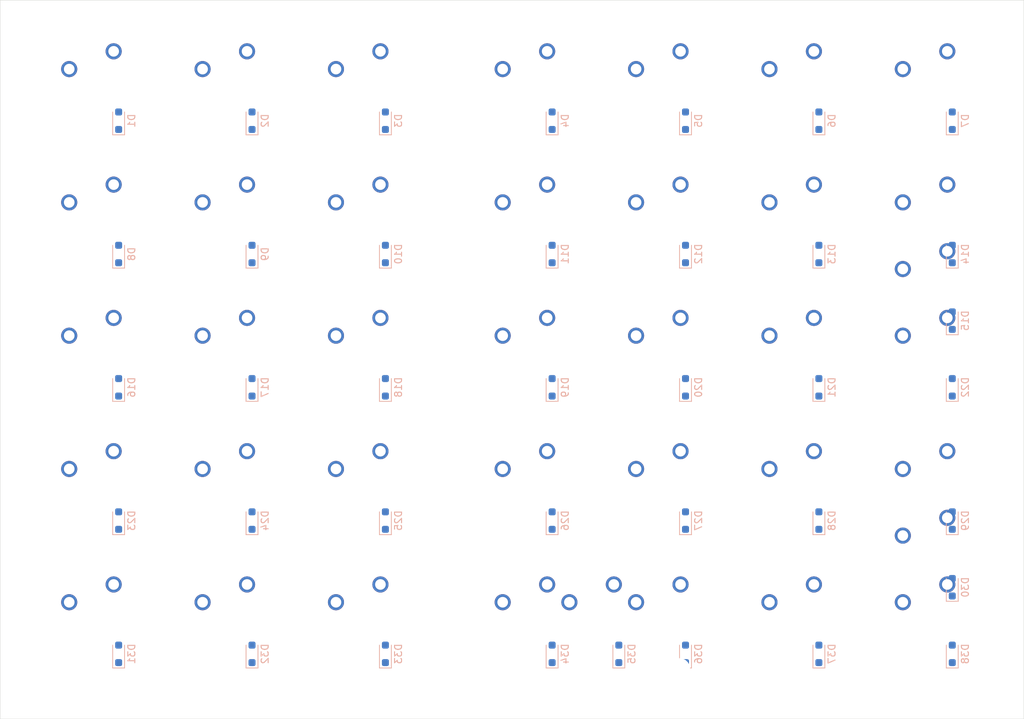
<source format=kicad_pcb>
(kicad_pcb (version 20241229) (generator "pcbnew") (generator_version "9.0")
  (layers (0 "F.Cu" signal) (2 "B.Cu" signal) (13 "F.Paste" user) (15 "B.Paste" user) (5 "F.SilkS" user "F.Silkscreen") (7 "B.SilkS" user "B.Silkscreen") (1 "F.Mask" user) (3 "B.Mask" user) (25 "Edge.Cuts" user))
  (net 0 "")
  (net 2 "Net-(D1-A)")
  (net 4 "Net-(D2-A)")
  (net 5 "Net-(D3-A)")
  (net 7 "Net-(D4-A)")
  (net 9 "Net-(D5-A)")
  (net 11 "Net-(D6-A)")
  (net 14 "Net-(D7-A)")
  (net 15 "Net-(D8-A)")
  (net 17 "Net-(D9-A)")
  (net 19 "Net-(D10-A)")
  (net 22 "Net-(D11-A)")
  (net 24 "Net-(D12-A)")
  (net 25 "Net-(D13-A)")
  (net 28 "Net-(D14-A)")
  (net 29 "Net-(D15-A)")
  (net 31 "Net-(D16-A)")
  (net 33 "Net-(D17-A)")
  (net 36 "Net-(D18-A)")
  (net 37 "Net-(D19-A)")
  (net 40 "Net-(D20-A)")
  (net 42 "Net-(D21-A)")
  (net 43 "Net-(D22-A)")
  (net 46 "Net-(D23-A)")
  (net 47 "Net-(D24-A)")
  (net 49 "Net-(D25-A)")
  (net 51 "Net-(D26-A)")
  (net 54 "Net-(D27-A)")
  (net 56 "Net-(D28-A)")
  (net 58 "Net-(D29-A)")
  (net 60 "Net-(D30-A)")
  (net 61 "Net-(D31-A)")
  (net 63 "Net-(D32-A)")
  (net 65 "Net-(D33-A)")
  (net 67 "Net-(D34-A)")
  (net 70 "Net-(D35-A)")
  (net 72 "Net-(D36-A)")
  (net 73 "Net-(D37-A)")
  (net 76 "Net-(D38-A)")
  (footprint "My-Fi Footprints:SW_MX_1u" (layer "F.Cu") (at 89.8 98.46)
    (property "Reference" "MX25" (hide yes))
    (property "Value" "MX_SW_solder")
    (pad "" np_thru_hole circle (at -5.08 0) (size 1.7 1.7) (drill 1.7) (layers "*.Cu" "*.Mask"))
    (pad "" np_thru_hole circle (at 0 0) (size 3.9878 3.9878) (drill 3.9878) (layers "*.Cu" "*.Mask"))
    (pad "" np_thru_hole circle (at 5.08 0) (size 1.7 1.7) (drill 1.7) (layers "*.Cu" "*.Mask"))
    (pad "1" thru_hole circle (at -3.81 -2.54) (size 2.3 2.3) (drill 1.524) (layers "*.Cu" "B.Mask"))
    (pad "2" thru_hole circle (at 2.54 -5.08) (size 2.3 2.3) (drill 1.524) (layers "*.Cu" "B.Mask") (net 49 "Net-(D25-A)"))
  )
  (footprint "My-Fi Footprints:SW_MX_1u" (layer "F.Cu") (at 151.7125 117.51)
    (property "Reference" "MX37" (hide yes))
    (property "Value" "MX_SW_solder")
    (pad "" np_thru_hole circle (at -5.08 0) (size 1.7 1.7) (drill 1.7) (layers "*.Cu" "*.Mask"))
    (pad "" np_thru_hole circle (at 0 0) (size 3.9878 3.9878) (drill 3.9878) (layers "*.Cu" "*.Mask"))
    (pad "" np_thru_hole circle (at 5.08 0) (size 1.7 1.7) (drill 1.7) (layers "*.Cu" "*.Mask"))
    (pad "1" thru_hole circle (at -3.81 -2.54) (size 2.3 2.3) (drill 1.524) (layers "*.Cu" "B.Mask"))
    (pad "2" thru_hole circle (at 2.54 -5.08) (size 2.3 2.3) (drill 1.524) (layers "*.Cu" "B.Mask") (net 73 "Net-(D37-A)"))
  )
  (footprint "My-Fi Footprints:SW_MX_1u" (layer "F.Cu") (at 70.75 98.46)
    (property "Reference" "MX24" (hide yes))
    (property "Value" "MX_SW_solder")
    (pad "" np_thru_hole circle (at -5.08 0) (size 1.7 1.7) (drill 1.7) (layers "*.Cu" "*.Mask"))
    (pad "" np_thru_hole circle (at 0 0) (size 3.9878 3.9878) (drill 3.9878) (layers "*.Cu" "*.Mask"))
    (pad "" np_thru_hole circle (at 5.08 0) (size 1.7 1.7) (drill 1.7) (layers "*.Cu" "*.Mask"))
    (pad "1" thru_hole circle (at -3.81 -2.54) (size 2.3 2.3) (drill 1.524) (layers "*.Cu" "B.Mask"))
    (pad "2" thru_hole circle (at 2.54 -5.08) (size 2.3 2.3) (drill 1.524) (layers "*.Cu" "B.Mask") (net 47 "Net-(D24-A)"))
  )
  (footprint "My-Fi Footprints:SW_MX_1u" (layer "F.Cu") (at 151.7125 60.36)
    (property "Reference" "MX13" (hide yes))
    (property "Value" "MX_SW_solder")
    (pad "" np_thru_hole circle (at -5.08 0) (size 1.7 1.7) (drill 1.7) (layers "*.Cu" "*.Mask"))
    (pad "" np_thru_hole circle (at 0 0) (size 3.9878 3.9878) (drill 3.9878) (layers "*.Cu" "*.Mask"))
    (pad "" np_thru_hole circle (at 5.08 0) (size 1.7 1.7) (drill 1.7) (layers "*.Cu" "*.Mask"))
    (pad "1" thru_hole circle (at -3.81 -2.54) (size 2.3 2.3) (drill 1.524) (layers "*.Cu" "B.Mask"))
    (pad "2" thru_hole circle (at 2.54 -5.08) (size 2.3 2.3) (drill 1.524) (layers "*.Cu" "B.Mask") (net 25 "Net-(D13-A)"))
  )
  (footprint "My-Fi Footprints:SW_MX_1u" (layer "F.Cu") (at 51.7 41.31)
    (property "Reference" "MX1" (hide yes))
    (property "Value" "MX_SW_solder")
    (pad "" np_thru_hole circle (at -5.08 0) (size 1.7 1.7) (drill 1.7) (layers "*.Cu" "*.Mask"))
    (pad "" np_thru_hole circle (at 0 0) (size 3.9878 3.9878) (drill 3.9878) (layers "*.Cu" "*.Mask"))
    (pad "" np_thru_hole circle (at 5.08 0) (size 1.7 1.7) (drill 1.7) (layers "*.Cu" "*.Mask"))
    (pad "1" thru_hole circle (at -3.81 -2.54) (size 2.3 2.3) (drill 1.524) (layers "*.Cu" "B.Mask"))
    (pad "2" thru_hole circle (at 2.54 -5.08) (size 2.3 2.3) (drill 1.524) (layers "*.Cu" "B.Mask") (net 2 "Net-(D1-A)"))
  )
  (footprint "My-Fi Footprints:SW_MX_1u" (layer "F.Cu") (at 170.7625 79.41)
    (property "Reference" "MX22" (hide yes))
    (property "Value" "MX_SW_solder")
    (pad "" np_thru_hole circle (at -5.08 0) (size 1.7 1.7) (drill 1.7) (layers "*.Cu" "*.Mask"))
    (pad "" np_thru_hole circle (at 0 0) (size 3.9878 3.9878) (drill 3.9878) (layers "*.Cu" "*.Mask"))
    (pad "" np_thru_hole circle (at 5.08 0) (size 1.7 1.7) (drill 1.7) (layers "*.Cu" "*.Mask"))
    (pad "1" thru_hole circle (at -3.81 -2.54) (size 2.3 2.3) (drill 1.524) (layers "*.Cu" "B.Mask"))
    (pad "2" thru_hole circle (at 2.54 -5.08) (size 2.3 2.3) (drill 1.524) (layers "*.Cu" "B.Mask") (net 43 "Net-(D22-A)"))
  )
  (footprint "My-Fi Footprints:SW_MX_1u" (layer "F.Cu") (at 51.7 60.36)
    (property "Reference" "MX8" (hide yes))
    (property "Value" "MX_SW_solder")
    (pad "" np_thru_hole circle (at -5.08 0) (size 1.7 1.7) (drill 1.7) (layers "*.Cu" "*.Mask"))
    (pad "" np_thru_hole circle (at 0 0) (size 3.9878 3.9878) (drill 3.9878) (layers "*.Cu" "*.Mask"))
    (pad "" np_thru_hole circle (at 5.08 0) (size 1.7 1.7) (drill 1.7) (layers "*.Cu" "*.Mask"))
    (pad "1" thru_hole circle (at -3.81 -2.54) (size 2.3 2.3) (drill 1.524) (layers "*.Cu" "B.Mask"))
    (pad "2" thru_hole circle (at 2.54 -5.08) (size 2.3 2.3) (drill 1.524) (layers "*.Cu" "B.Mask") (net 15 "Net-(D8-A)"))
  )
  (footprint "My-Fi Footprints:SW_MX_1u" (layer "F.Cu") (at 170.7625 98.46)
    (property "Reference" "MX29" (hide yes))
    (property "Value" "MX_SW_solder")
    (pad "" np_thru_hole circle (at -5.08 0) (size 1.7 1.7) (drill 1.7) (layers "*.Cu" "*.Mask"))
    (pad "" np_thru_hole circle (at 0 0) (size 3.9878 3.9878) (drill 3.9878) (layers "*.Cu" "*.Mask"))
    (pad "" np_thru_hole circle (at 5.08 0) (size 1.7 1.7) (drill 1.7) (layers "*.Cu" "*.Mask"))
    (pad "1" thru_hole circle (at -3.81 -2.54) (size 2.3 2.3) (drill 1.524) (layers "*.Cu" "B.Mask"))
    (pad "2" thru_hole circle (at 2.54 -5.08) (size 2.3 2.3) (drill 1.524) (layers "*.Cu" "B.Mask") (net 58 "Net-(D29-A)"))
  )
  (footprint "My-Fi Footprints:SW_MX_1u" (layer "F.Cu") (at 70.75 60.36)
    (property "Reference" "MX9" (hide yes))
    (property "Value" "MX_SW_solder")
    (pad "" np_thru_hole circle (at -5.08 0) (size 1.7 1.7) (drill 1.7) (layers "*.Cu" "*.Mask"))
    (pad "" np_thru_hole circle (at 0 0) (size 3.9878 3.9878) (drill 3.9878) (layers "*.Cu" "*.Mask"))
    (pad "" np_thru_hole circle (at 5.08 0) (size 1.7 1.7) (drill 1.7) (layers "*.Cu" "*.Mask"))
    (pad "1" thru_hole circle (at -3.81 -2.54) (size 2.3 2.3) (drill 1.524) (layers "*.Cu" "B.Mask"))
    (pad "2" thru_hole circle (at 2.54 -5.08) (size 2.3 2.3) (drill 1.524) (layers "*.Cu" "B.Mask") (net 17 "Net-(D9-A)"))
  )
  (footprint "My-Fi Footprints:STAB_MX_2u" (layer "F.Cu") (at 170.7625 69.885 -90)
    (property "Reference" "S15" (hide yes))
    (property "Value" "MX_stab")
    (pad "" np_thru_hole circle (at -11.906251 8.255 270) (size 3.9878 3.9878) (drill 3.9878) (layers "*.Cu" "*.Mask"))
    (pad "" np_thru_hole circle (at -11.90625 -6.985 270) (size 3.048 3.048) (drill 3.048) (layers "*.Cu" "*.Mask"))
    (pad "" np_thru_hole circle (at 11.90625 -6.985 270) (size 3.048 3.048) (drill 3.048) (layers "*.Cu" "*.Mask"))
    (pad "" np_thru_hole circle (at 11.906251 8.255 270) (size 3.9878 3.9878) (drill 3.9878) (layers "*.Cu" "*.Mask"))
  )
  (footprint "My-Fi Footprints:STAB_MX_2u" (layer "F.Cu") (at 170.7625 107.985 -90)
    (property "Reference" "S30" (hide yes))
    (property "Value" "MX_stab")
    (pad "" np_thru_hole circle (at -11.906251 8.255 270) (size 3.9878 3.9878) (drill 3.9878) (layers "*.Cu" "*.Mask"))
    (pad "" np_thru_hole circle (at -11.90625 -6.985 270) (size 3.048 3.048) (drill 3.048) (layers "*.Cu" "*.Mask"))
    (pad "" np_thru_hole circle (at 11.90625 -6.985 270) (size 3.048 3.048) (drill 3.048) (layers "*.Cu" "*.Mask"))
    (pad "" np_thru_hole circle (at 11.906251 8.255 270) (size 3.9878 3.9878) (drill 3.9878) (layers "*.Cu" "*.Mask"))
  )
  (footprint "My-Fi Footprints:SW_MX_1u" (layer "F.Cu") (at 132.6625 98.46)
    (property "Reference" "MX27" (hide yes))
    (property "Value" "MX_SW_solder")
    (pad "" np_thru_hole circle (at -5.08 0) (size 1.7 1.7) (drill 1.7) (layers "*.Cu" "*.Mask"))
    (pad "" np_thru_hole circle (at 0 0) (size 3.9878 3.9878) (drill 3.9878) (layers "*.Cu" "*.Mask"))
    (pad "" np_thru_hole circle (at 5.08 0) (size 1.7 1.7) (drill 1.7) (layers "*.Cu" "*.Mask"))
    (pad "1" thru_hole circle (at -3.81 -2.54) (size 2.3 2.3) (drill 1.524) (layers "*.Cu" "B.Mask"))
    (pad "2" thru_hole circle (at 2.54 -5.08) (size 2.3 2.3) (drill 1.524) (layers "*.Cu" "B.Mask") (net 54 "Net-(D27-A)"))
  )
  (footprint "My-Fi Footprints:SW_MX_1u" (layer "F.Cu") (at 132.6625 41.31)
    (property "Reference" "MX5" (hide yes))
    (property "Value" "MX_SW_solder")
    (pad "" np_thru_hole circle (at -5.08 0) (size 1.7 1.7) (drill 1.7) (layers "*.Cu" "*.Mask"))
    (pad "" np_thru_hole circle (at 0 0) (size 3.9878 3.9878) (drill 3.9878) (layers "*.Cu" "*.Mask"))
    (pad "" np_thru_hole circle (at 5.08 0) (size 1.7 1.7) (drill 1.7) (layers "*.Cu" "*.Mask"))
    (pad "1" thru_hole circle (at -3.81 -2.54) (size 2.3 2.3) (drill 1.524) (layers "*.Cu" "B.Mask"))
    (pad "2" thru_hole circle (at 2.54 -5.08) (size 2.3 2.3) (drill 1.524) (layers "*.Cu" "B.Mask") (net 9 "Net-(D5-A)"))
  )
  (footprint "My-Fi Footprints:SW_MX_1u" (layer "F.Cu") (at 89.8 60.36)
    (property "Reference" "MX10" (hide yes))
    (property "Value" "MX_SW_solder")
    (pad "" np_thru_hole circle (at -5.08 0) (size 1.7 1.7) (drill 1.7) (layers "*.Cu" "*.Mask"))
    (pad "" np_thru_hole circle (at 0 0) (size 3.9878 3.9878) (drill 3.9878) (layers "*.Cu" "*.Mask"))
    (pad "" np_thru_hole circle (at 5.08 0) (size 1.7 1.7) (drill 1.7) (layers "*.Cu" "*.Mask"))
    (pad "1" thru_hole circle (at -3.81 -2.54) (size 2.3 2.3) (drill 1.524) (layers "*.Cu" "B.Mask"))
    (pad "2" thru_hole circle (at 2.54 -5.08) (size 2.3 2.3) (drill 1.524) (layers "*.Cu" "B.Mask") (net 19 "Net-(D10-A)"))
  )
  (footprint "My-Fi Footprints:SW_MX_1u" (layer "F.Cu") (at 89.8 117.51)
    (property "Reference" "MX33" (hide yes))
    (property "Value" "MX_SW_solder")
    (pad "" np_thru_hole circle (at -5.08 0) (size 1.7 1.7) (drill 1.7) (layers "*.Cu" "*.Mask"))
    (pad "" np_thru_hole circle (at 0 0) (size 3.9878 3.9878) (drill 3.9878) (layers "*.Cu" "*.Mask"))
    (pad "" np_thru_hole circle (at 5.08 0) (size 1.7 1.7) (drill 1.7) (layers "*.Cu" "*.Mask"))
    (pad "1" thru_hole circle (at -3.81 -2.54) (size 2.3 2.3) (drill 1.524) (layers "*.Cu" "B.Mask"))
    (pad "2" thru_hole circle (at 2.54 -5.08) (size 2.3 2.3) (drill 1.524) (layers "*.Cu" "B.Mask") (net 65 "Net-(D33-A)"))
  )
  (footprint "My-Fi Footprints:SW_MX_1u" (layer "F.Cu") (at 51.7 98.46)
    (property "Reference" "MX23" (hide yes))
    (property "Value" "MX_SW_solder")
    (pad "" np_thru_hole circle (at -5.08 0) (size 1.7 1.7) (drill 1.7) (layers "*.Cu" "*.Mask"))
    (pad "" np_thru_hole circle (at 0 0) (size 3.9878 3.9878) (drill 3.9878) (layers "*.Cu" "*.Mask"))
    (pad "" np_thru_hole circle (at 5.08 0) (size 1.7 1.7) (drill 1.7) (layers "*.Cu" "*.Mask"))
    (pad "1" thru_hole circle (at -3.81 -2.54) (size 2.3 2.3) (drill 1.524) (layers "*.Cu" "B.Mask"))
    (pad "2" thru_hole circle (at 2.54 -5.08) (size 2.3 2.3) (drill 1.524) (layers "*.Cu" "B.Mask") (net 46 "Net-(D23-A)"))
  )
  (footprint "My-Fi Footprints:SW_MX_1u" (layer "F.Cu") (at 89.8 41.31)
    (property "Reference" "MX3" (hide yes))
    (property "Value" "MX_SW_solder")
    (pad "" np_thru_hole circle (at -5.08 0) (size 1.7 1.7) (drill 1.7) (layers "*.Cu" "*.Mask"))
    (pad "" np_thru_hole circle (at 0 0) (size 3.9878 3.9878) (drill 3.9878) (layers "*.Cu" "*.Mask"))
    (pad "" np_thru_hole circle (at 5.08 0) (size 1.7 1.7) (drill 1.7) (layers "*.Cu" "*.Mask"))
    (pad "1" thru_hole circle (at -3.81 -2.54) (size 2.3 2.3) (drill 1.524) (layers "*.Cu" "B.Mask"))
    (pad "2" thru_hole circle (at 2.54 -5.08) (size 2.3 2.3) (drill 1.524) (layers "*.Cu" "B.Mask") (net 5 "Net-(D3-A)"))
  )
  (footprint "My-Fi Footprints:SW_MX_1u" (layer "F.Cu") (at 113.6125 41.31)
    (property "Reference" "MX4" (hide yes))
    (property "Value" "MX_SW_solder")
    (pad "" np_thru_hole circle (at -5.08 0) (size 1.7 1.7) (drill 1.7) (layers "*.Cu" "*.Mask"))
    (pad "" np_thru_hole circle (at 0 0) (size 3.9878 3.9878) (drill 3.9878) (layers "*.Cu" "*.Mask"))
    (pad "" np_thru_hole circle (at 5.08 0) (size 1.7 1.7) (drill 1.7) (layers "*.Cu" "*.Mask"))
    (pad "1" thru_hole circle (at -3.81 -2.54) (size 2.3 2.3) (drill 1.524) (layers "*.Cu" "B.Mask"))
    (pad "2" thru_hole circle (at 2.54 -5.08) (size 2.3 2.3) (drill 1.524) (layers "*.Cu" "B.Mask") (net 7 "Net-(D4-A)"))
  )
  (footprint "My-Fi Footprints:SW_MX_1u" (layer "F.Cu") (at 170.7625 60.36)
    (property "Reference" "MX14" (hide yes))
    (property "Value" "MX_SW_solder")
    (pad "" np_thru_hole circle (at -5.08 0) (size 1.7 1.7) (drill 1.7) (layers "*.Cu" "*.Mask"))
    (pad "" np_thru_hole circle (at 0 0) (size 3.9878 3.9878) (drill 3.9878) (layers "*.Cu" "*.Mask"))
    (pad "" np_thru_hole circle (at 5.08 0) (size 1.7 1.7) (drill 1.7) (layers "*.Cu" "*.Mask"))
    (pad "1" thru_hole circle (at -3.81 -2.54) (size 2.3 2.3) (drill 1.524) (layers "*.Cu" "B.Mask"))
    (pad "2" thru_hole circle (at 2.54 -5.08) (size 2.3 2.3) (drill 1.524) (layers "*.Cu" "B.Mask") (net 28 "Net-(D14-A)"))
  )
  (footprint "My-Fi Footprints:SW_MX_1u" (layer "F.Cu") (at 170.7625 41.31)
    (property "Reference" "MX7" (hide yes))
    (property "Value" "MX_SW_solder")
    (pad "" np_thru_hole circle (at -5.08 0) (size 1.7 1.7) (drill 1.7) (layers "*.Cu" "*.Mask"))
    (pad "" np_thru_hole circle (at 0 0) (size 3.9878 3.9878) (drill 3.9878) (layers "*.Cu" "*.Mask"))
    (pad "" np_thru_hole circle (at 5.08 0) (size 1.7 1.7) (drill 1.7) (layers "*.Cu" "*.Mask"))
    (pad "1" thru_hole circle (at -3.81 -2.54) (size 2.3 2.3) (drill 1.524) (layers "*.Cu" "B.Mask"))
    (pad "2" thru_hole circle (at 2.54 -5.08) (size 2.3 2.3) (drill 1.524) (layers "*.Cu" "B.Mask") (net 14 "Net-(D7-A)"))
  )
  (footprint "My-Fi Footprints:SW_MX_1u" (layer "F.Cu") (at 70.75 79.41)
    (property "Reference" "MX17" (hide yes))
    (property "Value" "MX_SW_solder")
    (pad "" np_thru_hole circle (at -5.08 0) (size 1.7 1.7) (drill 1.7) (layers "*.Cu" "*.Mask"))
    (pad "" np_thru_hole circle (at 0 0) (size 3.9878 3.9878) (drill 3.9878) (layers "*.Cu" "*.Mask"))
    (pad "" np_thru_hole circle (at 5.08 0) (size 1.7 1.7) (drill 1.7) (layers "*.Cu" "*.Mask"))
    (pad "1" thru_hole circle (at -3.81 -2.54) (size 2.3 2.3) (drill 1.524) (layers "*.Cu" "B.Mask"))
    (pad "2" thru_hole circle (at 2.54 -5.08) (size 2.3 2.3) (drill 1.524) (layers "*.Cu" "B.Mask") (net 33 "Net-(D17-A)"))
  )
  (footprint "My-Fi Footprints:SW_MX_1u" (layer "F.Cu") (at 113.6125 98.46)
    (property "Reference" "MX26" (hide yes))
    (property "Value" "MX_SW_solder")
    (pad "" np_thru_hole circle (at -5.08 0) (size 1.7 1.7) (drill 1.7) (layers "*.Cu" "*.Mask"))
    (pad "" np_thru_hole circle (at 0 0) (size 3.9878 3.9878) (drill 3.9878) (layers "*.Cu" "*.Mask"))
    (pad "" np_thru_hole circle (at 5.08 0) (size 1.7 1.7) (drill 1.7) (layers "*.Cu" "*.Mask"))
    (pad "1" thru_hole circle (at -3.81 -2.54) (size 2.3 2.3) (drill 1.524) (layers "*.Cu" "B.Mask"))
    (pad "2" thru_hole circle (at 2.54 -5.08) (size 2.3 2.3) (drill 1.524) (layers "*.Cu" "B.Mask") (net 51 "Net-(D26-A)"))
  )
  (footprint "My-Fi Footprints:SW_MX_1u" (layer "F.Cu") (at 113.6125 79.41)
    (property "Reference" "MX19" (hide yes))
    (property "Value" "MX_SW_solder")
    (pad "" np_thru_hole circle (at -5.08 0) (size 1.7 1.7) (drill 1.7) (layers "*.Cu" "*.Mask"))
    (pad "" np_thru_hole circle (at 0 0) (size 3.9878 3.9878) (drill 3.9878) (layers "*.Cu" "*.Mask"))
    (pad "" np_thru_hole circle (at 5.08 0) (size 1.7 1.7) (drill 1.7) (layers "*.Cu" "*.Mask"))
    (pad "1" thru_hole circle (at -3.81 -2.54) (size 2.3 2.3) (drill 1.524) (layers "*.Cu" "B.Mask"))
    (pad "2" thru_hole circle (at 2.54 -5.08) (size 2.3 2.3) (drill 1.524) (layers "*.Cu" "B.Mask") (net 37 "Net-(D19-A)"))
  )
  (footprint "My-Fi Footprints:SW_MX_1u" (layer "F.Cu") (at 123.1375 117.51)
    (property "Reference" "MX35" (hide yes))
    (property "Value" "MX_SW_solder")
    (pad "" np_thru_hole circle (at -5.08 0) (size 1.7 1.7) (drill 1.7) (layers "*.Cu" "*.Mask"))
    (pad "" np_thru_hole circle (at 0 0) (size 3.9878 3.9878) (drill 3.9878) (layers "*.Cu" "*.Mask"))
    (pad "" np_thru_hole circle (at 5.08 0) (size 1.7 1.7) (drill 1.7) (layers "*.Cu" "*.Mask"))
    (pad "1" thru_hole circle (at -3.81 -2.54) (size 2.3 2.3) (drill 1.524) (layers "*.Cu" "B.Mask"))
    (pad "2" thru_hole circle (at 2.54 -5.08) (size 2.3 2.3) (drill 1.524) (layers "*.Cu" "B.Mask") (net 70 "Net-(D35-A)"))
  )
  (footprint "My-Fi Footprints:STAB_MX_2u" (layer "F.Cu") (at 123.1375 117.51 180)
    (property "Reference" "S35" (hide yes))
    (property "Value" "MX_stab")
    (pad "" np_thru_hole circle (at -11.906251 8.255 180) (size 3.9878 3.9878) (drill 3.9878) (layers "*.Cu" "*.Mask"))
    (pad "" np_thru_hole circle (at -11.90625 -6.985 180) (size 3.048 3.048) (drill 3.048) (layers "*.Cu" "*.Mask"))
    (pad "" np_thru_hole circle (at 11.90625 -6.985 180) (size 3.048 3.048) (drill 3.048) (layers "*.Cu" "*.Mask"))
    (pad "" np_thru_hole circle (at 11.906251 8.255 180) (size 3.9878 3.9878) (drill 3.9878) (layers "*.Cu" "*.Mask"))
  )
  (footprint "My-Fi Footprints:SW_MX_1u" (layer "F.Cu") (at 113.6125 117.51)
    (property "Reference" "MX34" (hide yes))
    (property "Value" "MX_SW_solder")
    (pad "" np_thru_hole circle (at -5.08 0) (size 1.7 1.7) (drill 1.7) (layers "*.Cu" "*.Mask"))
    (pad "" np_thru_hole circle (at 0 0) (size 3.9878 3.9878) (drill 3.9878) (layers "*.Cu" "*.Mask"))
    (pad "" np_thru_hole circle (at 5.08 0) (size 1.7 1.7) (drill 1.7) (layers "*.Cu" "*.Mask"))
    (pad "1" thru_hole circle (at -3.81 -2.54) (size 2.3 2.3) (drill 1.524) (layers "*.Cu" "B.Mask"))
    (pad "2" thru_hole circle (at 2.54 -5.08) (size 2.3 2.3) (drill 1.524) (layers "*.Cu" "B.Mask") (net 67 "Net-(D34-A)"))
  )
  (footprint "My-Fi Footprints:SW_MX_1u" (layer "F.Cu") (at 151.7125 41.31)
    (property "Reference" "MX6" (hide yes))
    (property "Value" "MX_SW_solder")
    (pad "" np_thru_hole circle (at -5.08 0) (size 1.7 1.7) (drill 1.7) (layers "*.Cu" "*.Mask"))
    (pad "" np_thru_hole circle (at 0 0) (size 3.9878 3.9878) (drill 3.9878) (layers "*.Cu" "*.Mask"))
    (pad "" np_thru_hole circle (at 5.08 0) (size 1.7 1.7) (drill 1.7) (layers "*.Cu" "*.Mask"))
    (pad "1" thru_hole circle (at -3.81 -2.54) (size 2.3 2.3) (drill 1.524) (layers "*.Cu" "B.Mask"))
    (pad "2" thru_hole circle (at 2.54 -5.08) (size 2.3 2.3) (drill 1.524) (layers "*.Cu" "B.Mask") (net 11 "Net-(D6-A)"))
  )
  (footprint "My-Fi Footprints:SW_MX_1u" (layer "F.Cu") (at 170.7625 69.885)
    (property "Reference" "MX15" (hide yes))
    (property "Value" "MX_SW_solder")
    (pad "" np_thru_hole circle (at -5.08 0) (size 1.7 1.7) (drill 1.7) (layers "*.Cu" "*.Mask"))
    (pad "" np_thru_hole circle (at 0 0) (size 3.9878 3.9878) (drill 3.9878) (layers "*.Cu" "*.Mask"))
    (pad "" np_thru_hole circle (at 5.08 0) (size 1.7 1.7) (drill 1.7) (layers "*.Cu" "*.Mask"))
    (pad "1" thru_hole circle (at -3.81 -2.54) (size 2.3 2.3) (drill 1.524) (layers "*.Cu" "B.Mask"))
    (pad "2" thru_hole circle (at 2.54 -5.08) (size 2.3 2.3) (drill 1.524) (layers "*.Cu" "B.Mask") (net 29 "Net-(D15-A)"))
  )
  (footprint "My-Fi Footprints:SW_MX_1u" (layer "F.Cu") (at 89.8 79.41)
    (property "Reference" "MX18" (hide yes))
    (property "Value" "MX_SW_solder")
    (pad "" np_thru_hole circle (at -5.08 0) (size 1.7 1.7) (drill 1.7) (layers "*.Cu" "*.Mask"))
    (pad "" np_thru_hole circle (at 0 0) (size 3.9878 3.9878) (drill 3.9878) (layers "*.Cu" "*.Mask"))
    (pad "" np_thru_hole circle (at 5.08 0) (size 1.7 1.7) (drill 1.7) (layers "*.Cu" "*.Mask"))
    (pad "1" thru_hole circle (at -3.81 -2.54) (size 2.3 2.3) (drill 1.524) (layers "*.Cu" "B.Mask"))
    (pad "2" thru_hole circle (at 2.54 -5.08) (size 2.3 2.3) (drill 1.524) (layers "*.Cu" "B.Mask") (net 36 "Net-(D18-A)"))
  )
  (footprint "My-Fi Footprints:SW_MX_1u" (layer "F.Cu") (at 151.7125 98.46)
    (property "Reference" "MX28" (hide yes))
    (property "Value" "MX_SW_solder")
    (pad "" np_thru_hole circle (at -5.08 0) (size 1.7 1.7) (drill 1.7) (layers "*.Cu" "*.Mask"))
    (pad "" np_thru_hole circle (at 0 0) (size 3.9878 3.9878) (drill 3.9878) (layers "*.Cu" "*.Mask"))
    (pad "" np_thru_hole circle (at 5.08 0) (size 1.7 1.7) (drill 1.7) (layers "*.Cu" "*.Mask"))
    (pad "1" thru_hole circle (at -3.81 -2.54) (size 2.3 2.3) (drill 1.524) (layers "*.Cu" "B.Mask"))
    (pad "2" thru_hole circle (at 2.54 -5.08) (size 2.3 2.3) (drill 1.524) (layers "*.Cu" "B.Mask") (net 56 "Net-(D28-A)"))
  )
  (footprint "My-Fi Footprints:SW_MX_1u" (layer "F.Cu") (at 113.6125 60.36)
    (property "Reference" "MX11" (hide yes))
    (property "Value" "MX_SW_solder")
    (pad "" np_thru_hole circle (at -5.08 0) (size 1.7 1.7) (drill 1.7) (layers "*.Cu" "*.Mask"))
    (pad "" np_thru_hole circle (at 0 0) (size 3.9878 3.9878) (drill 3.9878) (layers "*.Cu" "*.Mask"))
    (pad "" np_thru_hole circle (at 5.08 0) (size 1.7 1.7) (drill 1.7) (layers "*.Cu" "*.Mask"))
    (pad "1" thru_hole circle (at -3.81 -2.54) (size 2.3 2.3) (drill 1.524) (layers "*.Cu" "B.Mask"))
    (pad "2" thru_hole circle (at 2.54 -5.08) (size 2.3 2.3) (drill 1.524) (layers "*.Cu" "B.Mask") (net 22 "Net-(D11-A)"))
  )
  (footprint "My-Fi Footprints:SW_MX_1u" (layer "F.Cu") (at 132.6625 79.41)
    (property "Reference" "MX20" (hide yes))
    (property "Value" "MX_SW_solder")
    (pad "" np_thru_hole circle (at -5.08 0) (size 1.7 1.7) (drill 1.7) (layers "*.Cu" "*.Mask"))
    (pad "" np_thru_hole circle (at 0 0) (size 3.9878 3.9878) (drill 3.9878) (layers "*.Cu" "*.Mask"))
    (pad "" np_thru_hole circle (at 5.08 0) (size 1.7 1.7) (drill 1.7) (layers "*.Cu" "*.Mask"))
    (pad "1" thru_hole circle (at -3.81 -2.54) (size 2.3 2.3) (drill 1.524) (layers "*.Cu" "B.Mask"))
    (pad "2" thru_hole circle (at 2.54 -5.08) (size 2.3 2.3) (drill 1.524) (layers "*.Cu" "B.Mask") (net 40 "Net-(D20-A)"))
  )
  (footprint "My-Fi Footprints:SW_MX_1u" (layer "F.Cu") (at 51.7 117.51)
    (property "Reference" "MX31" (hide yes))
    (property "Value" "MX_SW_solder")
    (pad "" np_thru_hole circle (at -5.08 0) (size 1.7 1.7) (drill 1.7) (layers "*.Cu" "*.Mask"))
    (pad "" np_thru_hole circle (at 0 0) (size 3.9878 3.9878) (drill 3.9878) (layers "*.Cu" "*.Mask"))
    (pad "" np_thru_hole circle (at 5.08 0) (size 1.7 1.7) (drill 1.7) (layers "*.Cu" "*.Mask"))
    (pad "1" thru_hole circle (at -3.81 -2.54) (size 2.3 2.3) (drill 1.524) (layers "*.Cu" "B.Mask"))
    (pad "2" thru_hole circle (at 2.54 -5.08) (size 2.3 2.3) (drill 1.524) (layers "*.Cu" "B.Mask") (net 61 "Net-(D31-A)"))
  )
  (footprint "My-Fi Footprints:SW_MX_1u" (layer "F.Cu") (at 170.7625 117.51)
    (property "Reference" "MX38" (hide yes))
    (property "Value" "MX_SW_solder")
    (pad "" np_thru_hole circle (at -5.08 0) (size 1.7 1.7) (drill 1.7) (layers "*.Cu" "*.Mask"))
    (pad "" np_thru_hole circle (at 0 0) (size 3.9878 3.9878) (drill 3.9878) (layers "*.Cu" "*.Mask"))
    (pad "" np_thru_hole circle (at 5.08 0) (size 1.7 1.7) (drill 1.7) (layers "*.Cu" "*.Mask"))
    (pad "1" thru_hole circle (at -3.81 -2.54) (size 2.3 2.3) (drill 1.524) (layers "*.Cu" "B.Mask"))
    (pad "2" thru_hole circle (at 2.54 -5.08) (size 2.3 2.3) (drill 1.524) (layers "*.Cu" "B.Mask") (net 76 "Net-(D38-A)"))
  )
  (footprint "My-Fi Footprints:SW_MX_1u" (layer "F.Cu") (at 132.6625 60.36)
    (property "Reference" "MX12" (hide yes))
    (property "Value" "MX_SW_solder")
    (pad "" np_thru_hole circle (at -5.08 0) (size 1.7 1.7) (drill 1.7) (layers "*.Cu" "*.Mask"))
    (pad "" np_thru_hole circle (at 0 0) (size 3.9878 3.9878) (drill 3.9878) (layers "*.Cu" "*.Mask"))
    (pad "" np_thru_hole circle (at 5.08 0) (size 1.7 1.7) (drill 1.7) (layers "*.Cu" "*.Mask"))
    (pad "1" thru_hole circle (at -3.81 -2.54) (size 2.3 2.3) (drill 1.524) (layers "*.Cu" "B.Mask"))
    (pad "2" thru_hole circle (at 2.54 -5.08) (size 2.3 2.3) (drill 1.524) (layers "*.Cu" "B.Mask") (net 24 "Net-(D12-A)"))
  )
  (footprint "My-Fi Footprints:SW_MX_1u" (layer "F.Cu") (at 170.7625 107.985)
    (property "Reference" "MX30" (hide yes))
    (property "Value" "MX_SW_solder")
    (pad "" np_thru_hole circle (at -5.08 0) (size 1.7 1.7) (drill 1.7) (layers "*.Cu" "*.Mask"))
    (pad "" np_thru_hole circle (at 0 0) (size 3.9878 3.9878) (drill 3.9878) (layers "*.Cu" "*.Mask"))
    (pad "" np_thru_hole circle (at 5.08 0) (size 1.7 1.7) (drill 1.7) (layers "*.Cu" "*.Mask"))
    (pad "1" thru_hole circle (at -3.81 -2.54) (size 2.3 2.3) (drill 1.524) (layers "*.Cu" "B.Mask"))
    (pad "2" thru_hole circle (at 2.54 -5.08) (size 2.3 2.3) (drill 1.524) (layers "*.Cu" "B.Mask") (net 60 "Net-(D30-A)"))
  )
  (footprint "My-Fi Footprints:SW_MX_1u" (layer "F.Cu") (at 151.7125 79.41)
    (property "Reference" "MX21" (hide yes))
    (property "Value" "MX_SW_solder")
    (pad "" np_thru_hole circle (at -5.08 0) (size 1.7 1.7) (drill 1.7) (layers "*.Cu" "*.Mask"))
    (pad "" np_thru_hole circle (at 0 0) (size 3.9878 3.9878) (drill 3.9878) (layers "*.Cu" "*.Mask"))
    (pad "" np_thru_hole circle (at 5.08 0) (size 1.7 1.7) (drill 1.7) (layers "*.Cu" "*.Mask"))
    (pad "1" thru_hole circle (at -3.81 -2.54) (size 2.3 2.3) (drill 1.524) (layers "*.Cu" "B.Mask"))
    (pad "2" thru_hole circle (at 2.54 -5.08) (size 2.3 2.3) (drill 1.524) (layers "*.Cu" "B.Mask") (net 42 "Net-(D21-A)"))
  )
  (footprint "My-Fi Footprints:SW_MX_1u" (layer "F.Cu") (at 70.75 117.51)
    (property "Reference" "MX32" (hide yes))
    (property "Value" "MX_SW_solder")
    (pad "" np_thru_hole circle (at -5.08 0) (size 1.7 1.7) (drill 1.7) (layers "*.Cu" "*.Mask"))
    (pad "" np_thru_hole circle (at 0 0) (size 3.9878 3.9878) (drill 3.9878) (layers "*.Cu" "*.Mask"))
    (pad "" np_thru_hole circle (at 5.08 0) (size 1.7 1.7) (drill 1.7) (layers "*.Cu" "*.Mask"))
    (pad "1" thru_hole circle (at -3.81 -2.54) (size 2.3 2.3) (drill 1.524) (layers "*.Cu" "B.Mask"))
    (pad "2" thru_hole circle (at 2.54 -5.08) (size 2.3 2.3) (drill 1.524) (layers "*.Cu" "B.Mask") (net 63 "Net-(D32-A)"))
  )
  (footprint "My-Fi Footprints:SW_MX_1u" (layer "F.Cu") (at 132.6625 117.51)
    (property "Reference" "MX36" (hide yes))
    (property "Value" "MX_SW_solder")
    (pad "" np_thru_hole circle (at -5.08 0) (size 1.7 1.7) (drill 1.7) (layers "*.Cu" "*.Mask"))
    (pad "" np_thru_hole circle (at 0 0) (size 3.9878 3.9878) (drill 3.9878) (layers "*.Cu" "*.Mask"))
    (pad "" np_thru_hole circle (at 5.08 0) (size 1.7 1.7) (drill 1.7) (layers "*.Cu" "*.Mask"))
    (pad "1" thru_hole circle (at -3.81 -2.54) (size 2.3 2.3) (drill 1.524) (layers "*.Cu" "B.Mask"))
    (pad "2" thru_hole circle (at 2.54 -5.08) (size 2.3 2.3) (drill 1.524) (layers "*.Cu" "B.Mask") (net 72 "Net-(D36-A)"))
  )
  (footprint "My-Fi Footprints:SW_MX_1u" (layer "F.Cu") (at 70.75 41.31)
    (property "Reference" "MX2" (hide yes))
    (property "Value" "MX_SW_solder")
    (pad "" np_thru_hole circle (at -5.08 0) (size 1.7 1.7) (drill 1.7) (layers "*.Cu" "*.Mask"))
    (pad "" np_thru_hole circle (at 0 0) (size 3.9878 3.9878) (drill 3.9878) (layers "*.Cu" "*.Mask"))
    (pad "" np_thru_hole circle (at 5.08 0) (size 1.7 1.7) (drill 1.7) (layers "*.Cu" "*.Mask"))
    (pad "1" thru_hole circle (at -3.81 -2.54) (size 2.3 2.3) (drill 1.524) (layers "*.Cu" "B.Mask"))
    (pad "2" thru_hole circle (at 2.54 -5.08) (size 2.3 2.3) (drill 1.524) (layers "*.Cu" "B.Mask") (net 4 "Net-(D2-A)"))
  )
  (footprint "My-Fi Footprints:SW_MX_1u" (layer "F.Cu") (at 51.7 79.41)
    (property "Reference" "MX16" (hide yes))
    (property "Value" "MX_SW_solder")
    (pad "" np_thru_hole circle (at -5.08 0) (size 1.7 1.7) (drill 1.7) (layers "*.Cu" "*.Mask"))
    (pad "" np_thru_hole circle (at 0 0) (size 3.9878 3.9878) (drill 3.9878) (layers "*.Cu" "*.Mask"))
    (pad "" np_thru_hole circle (at 5.08 0) (size 1.7 1.7) (drill 1.7) (layers "*.Cu" "*.Mask"))
    (pad "1" thru_hole circle (at -3.81 -2.54) (size 2.3 2.3) (drill 1.524) (layers "*.Cu" "B.Mask"))
    (pad "2" thru_hole circle (at 2.54 -5.08) (size 2.3 2.3) (drill 1.524) (layers "*.Cu" "B.Mask") (net 31 "Net-(D16-A)"))
  )
  (footprint "Diode_SMD:D_SOD-323_HandSoldering" (layer "B.Cu") (at 174.0125 84.25 90)
    (property "Reference" "D22" (at 0 1.85 270) (layer "B.SilkS") (effects (justify mirror)))
    (property "Value" "1N4148")
    (pad "1" smd roundrect (at -1.25 0 90) (size 1 1) (layers "B.Cu" "B.Mask" "B.Paste"))
    (pad "2" smd roundrect (at 1.25 0 90) (size 1 1) (layers "B.Cu" "B.Mask" "B.Paste") (net 43 "Net-(D22-A)"))
  )
  (footprint "Diode_SMD:D_SOD-323_HandSoldering" (layer "B.Cu") (at 174.0125 65.2 90)
    (property "Reference" "D14" (at 0 1.85 270) (layer "B.SilkS") (effects (justify mirror)))
    (property "Value" "1N4148")
    (pad "1" smd roundrect (at -1.25 0 90) (size 1 1) (layers "B.Cu" "B.Mask" "B.Paste"))
    (pad "2" smd roundrect (at 1.25 0 90) (size 1 1) (layers "B.Cu" "B.Mask" "B.Paste") (net 28 "Net-(D14-A)"))
  )
  (footprint "Diode_SMD:D_SOD-323_HandSoldering" (layer "B.Cu") (at 154.9625 103.3 90)
    (property "Reference" "D28" (at 0 1.85 270) (layer "B.SilkS") (effects (justify mirror)))
    (property "Value" "1N4148")
    (pad "1" smd roundrect (at -1.25 0 90) (size 1 1) (layers "B.Cu" "B.Mask" "B.Paste"))
    (pad "2" smd roundrect (at 1.25 0 90) (size 1 1) (layers "B.Cu" "B.Mask" "B.Paste") (net 56 "Net-(D28-A)"))
  )
  (footprint "Diode_SMD:D_SOD-323_HandSoldering" (layer "B.Cu") (at 74 103.3 90)
    (property "Reference" "D24" (at 0 1.85 270) (layer "B.SilkS") (effects (justify mirror)))
    (property "Value" "1N4148")
    (pad "1" smd roundrect (at -1.25 0 90) (size 1 1) (layers "B.Cu" "B.Mask" "B.Paste"))
    (pad "2" smd roundrect (at 1.25 0 90) (size 1 1) (layers "B.Cu" "B.Mask" "B.Paste") (net 47 "Net-(D24-A)"))
  )
  (footprint "Diode_SMD:D_SOD-323_HandSoldering" (layer "B.Cu") (at 174.0125 46.15 90)
    (property "Reference" "D7" (at 0 1.85 270) (layer "B.SilkS") (effects (justify mirror)))
    (property "Value" "1N4148")
    (pad "1" smd roundrect (at -1.25 0 90) (size 1 1) (layers "B.Cu" "B.Mask" "B.Paste"))
    (pad "2" smd roundrect (at 1.25 0 90) (size 1 1) (layers "B.Cu" "B.Mask" "B.Paste") (net 14 "Net-(D7-A)"))
  )
  (footprint "Diode_SMD:D_SOD-323_HandSoldering" (layer "B.Cu") (at 93.05 103.3 90)
    (property "Reference" "D25" (at 0 1.85 270) (layer "B.SilkS") (effects (justify mirror)))
    (property "Value" "1N4148")
    (pad "1" smd roundrect (at -1.25 0 90) (size 1 1) (layers "B.Cu" "B.Mask" "B.Paste"))
    (pad "2" smd roundrect (at 1.25 0 90) (size 1 1) (layers "B.Cu" "B.Mask" "B.Paste") (net 49 "Net-(D25-A)"))
  )
  (footprint "Diode_SMD:D_SOD-323_HandSoldering" (layer "B.Cu") (at 126.3875 122.35 90)
    (property "Reference" "D35" (at 0 1.85 270) (layer "B.SilkS") (effects (justify mirror)))
    (property "Value" "1N4148")
    (pad "1" smd roundrect (at -1.25 0 90) (size 1 1) (layers "B.Cu" "B.Mask" "B.Paste"))
    (pad "2" smd roundrect (at 1.25 0 90) (size 1 1) (layers "B.Cu" "B.Mask" "B.Paste") (net 70 "Net-(D35-A)"))
  )
  (footprint "Diode_SMD:D_SOD-323_HandSoldering" (layer "B.Cu") (at 154.9625 122.35 90)
    (property "Reference" "D37" (at 0 1.85 270) (layer "B.SilkS") (effects (justify mirror)))
    (property "Value" "1N4148")
    (pad "1" smd roundrect (at -1.25 0 90) (size 1 1) (layers "B.Cu" "B.Mask" "B.Paste"))
    (pad "2" smd roundrect (at 1.25 0 90) (size 1 1) (layers "B.Cu" "B.Mask" "B.Paste") (net 73 "Net-(D37-A)"))
  )
  (footprint "Diode_SMD:D_SOD-323_HandSoldering" (layer "B.Cu") (at 74 65.2 90)
    (property "Reference" "D9" (at 0 1.85 270) (layer "B.SilkS") (effects (justify mirror)))
    (property "Value" "1N4148")
    (pad "1" smd roundrect (at -1.25 0 90) (size 1 1) (layers "B.Cu" "B.Mask" "B.Paste"))
    (pad "2" smd roundrect (at 1.25 0 90) (size 1 1) (layers "B.Cu" "B.Mask" "B.Paste") (net 17 "Net-(D9-A)"))
  )
  (footprint "Diode_SMD:D_SOD-323_HandSoldering" (layer "B.Cu") (at 174.0125 74.725 90)
    (property "Reference" "D15" (at 0 1.85 270) (layer "B.SilkS") (effects (justify mirror)))
    (property "Value" "1N4148")
    (pad "1" smd roundrect (at -1.25 0 90) (size 1 1) (layers "B.Cu" "B.Mask" "B.Paste"))
    (pad "2" smd roundrect (at 1.25 0 90) (size 1 1) (layers "B.Cu" "B.Mask" "B.Paste") (net 29 "Net-(D15-A)"))
  )
  (footprint "Diode_SMD:D_SOD-323_HandSoldering" (layer "B.Cu") (at 174.0125 103.3 90)
    (property "Reference" "D29" (at 0 1.85 270) (layer "B.SilkS") (effects (justify mirror)))
    (property "Value" "1N4148")
    (pad "1" smd roundrect (at -1.25 0 90) (size 1 1) (layers "B.Cu" "B.Mask" "B.Paste"))
    (pad "2" smd roundrect (at 1.25 0 90) (size 1 1) (layers "B.Cu" "B.Mask" "B.Paste") (net 58 "Net-(D29-A)"))
  )
  (footprint "Diode_SMD:D_SOD-323_HandSoldering" (layer "B.Cu") (at 93.05 122.35 90)
    (property "Reference" "D33" (at 0 1.85 270) (layer "B.SilkS") (effects (justify mirror)))
    (property "Value" "1N4148")
    (pad "1" smd roundrect (at -1.25 0 90) (size 1 1) (layers "B.Cu" "B.Mask" "B.Paste"))
    (pad "2" smd roundrect (at 1.25 0 90) (size 1 1) (layers "B.Cu" "B.Mask" "B.Paste") (net 65 "Net-(D33-A)"))
  )
  (footprint "Diode_SMD:D_SOD-323_HandSoldering" (layer "B.Cu") (at 154.9625 65.2 90)
    (property "Reference" "D13" (at 0 1.85 270) (layer "B.SilkS") (effects (justify mirror)))
    (property "Value" "1N4148")
    (pad "1" smd roundrect (at -1.25 0 90) (size 1 1) (layers "B.Cu" "B.Mask" "B.Paste"))
    (pad "2" smd roundrect (at 1.25 0 90) (size 1 1) (layers "B.Cu" "B.Mask" "B.Paste") (net 25 "Net-(D13-A)"))
  )
  (footprint "Diode_SMD:D_SOD-323_HandSoldering" (layer "B.Cu") (at 54.95 122.35 90)
    (property "Reference" "D31" (at 0 1.85 270) (layer "B.SilkS") (effects (justify mirror)))
    (property "Value" "1N4148")
    (pad "1" smd roundrect (at -1.25 0 90) (size 1 1) (layers "B.Cu" "B.Mask" "B.Paste"))
    (pad "2" smd roundrect (at 1.25 0 90) (size 1 1) (layers "B.Cu" "B.Mask" "B.Paste") (net 61 "Net-(D31-A)"))
  )
  (footprint "Diode_SMD:D_SOD-323_HandSoldering" (layer "B.Cu") (at 154.9625 84.25 90)
    (property "Reference" "D21" (at 0 1.85 270) (layer "B.SilkS") (effects (justify mirror)))
    (property "Value" "1N4148")
    (pad "1" smd roundrect (at -1.25 0 90) (size 1 1) (layers "B.Cu" "B.Mask" "B.Paste"))
    (pad "2" smd roundrect (at 1.25 0 90) (size 1 1) (layers "B.Cu" "B.Mask" "B.Paste") (net 42 "Net-(D21-A)"))
  )
  (footprint "Diode_SMD:D_SOD-323_HandSoldering" (layer "B.Cu") (at 135.9125 46.15 90)
    (property "Reference" "D5" (at 0 1.85 270) (layer "B.SilkS") (effects (justify mirror)))
    (property "Value" "1N4148")
    (pad "1" smd roundrect (at -1.25 0 90) (size 1 1) (layers "B.Cu" "B.Mask" "B.Paste"))
    (pad "2" smd roundrect (at 1.25 0 90) (size 1 1) (layers "B.Cu" "B.Mask" "B.Paste") (net 9 "Net-(D5-A)"))
  )
  (footprint "Diode_SMD:D_SOD-323_HandSoldering" (layer "B.Cu") (at 116.8625 46.15 90)
    (property "Reference" "D4" (at 0 1.85 270) (layer "B.SilkS") (effects (justify mirror)))
    (property "Value" "1N4148")
    (pad "1" smd roundrect (at -1.25 0 90) (size 1 1) (layers "B.Cu" "B.Mask" "B.Paste"))
    (pad "2" smd roundrect (at 1.25 0 90) (size 1 1) (layers "B.Cu" "B.Mask" "B.Paste") (net 7 "Net-(D4-A)"))
  )
  (footprint "Diode_SMD:D_SOD-323_HandSoldering" (layer "B.Cu") (at 54.95 103.3 90)
    (property "Reference" "D23" (at 0 1.85 270) (layer "B.SilkS") (effects (justify mirror)))
    (property "Value" "1N4148")
    (pad "1" smd roundrect (at -1.25 0 90) (size 1 1) (layers "B.Cu" "B.Mask" "B.Paste"))
    (pad "2" smd roundrect (at 1.25 0 90) (size 1 1) (layers "B.Cu" "B.Mask" "B.Paste") (net 46 "Net-(D23-A)"))
  )
  (footprint "Diode_SMD:D_SOD-323_HandSoldering" (layer "B.Cu") (at 74 84.25 90)
    (property "Reference" "D17" (at 0 1.85 270) (layer "B.SilkS") (effects (justify mirror)))
    (property "Value" "1N4148")
    (pad "1" smd roundrect (at -1.25 0 90) (size 1 1) (layers "B.Cu" "B.Mask" "B.Paste"))
    (pad "2" smd roundrect (at 1.25 0 90) (size 1 1) (layers "B.Cu" "B.Mask" "B.Paste") (net 33 "Net-(D17-A)"))
  )
  (footprint "Diode_SMD:D_SOD-323_HandSoldering" (layer "B.Cu") (at 74 122.35 90)
    (property "Reference" "D32" (at 0 1.85 270) (layer "B.SilkS") (effects (justify mirror)))
    (property "Value" "1N4148")
    (pad "1" smd roundrect (at -1.25 0 90) (size 1 1) (layers "B.Cu" "B.Mask" "B.Paste"))
    (pad "2" smd roundrect (at 1.25 0 90) (size 1 1) (layers "B.Cu" "B.Mask" "B.Paste") (net 63 "Net-(D32-A)"))
  )
  (footprint "Diode_SMD:D_SOD-323_HandSoldering" (layer "B.Cu") (at 135.9125 84.25 90)
    (property "Reference" "D20" (at 0 1.85 270) (layer "B.SilkS") (effects (justify mirror)))
    (property "Value" "1N4148")
    (pad "1" smd roundrect (at -1.25 0 90) (size 1 1) (layers "B.Cu" "B.Mask" "B.Paste"))
    (pad "2" smd roundrect (at 1.25 0 90) (size 1 1) (layers "B.Cu" "B.Mask" "B.Paste") (net 40 "Net-(D20-A)"))
  )
  (footprint "Diode_SMD:D_SOD-323_HandSoldering" (layer "B.Cu") (at 93.05 84.25 90)
    (property "Reference" "D18" (at 0 1.85 270) (layer "B.SilkS") (effects (justify mirror)))
    (property "Value" "1N4148")
    (pad "1" smd roundrect (at -1.25 0 90) (size 1 1) (layers "B.Cu" "B.Mask" "B.Paste"))
    (pad "2" smd roundrect (at 1.25 0 90) (size 1 1) (layers "B.Cu" "B.Mask" "B.Paste") (net 36 "Net-(D18-A)"))
  )
  (footprint "Diode_SMD:D_SOD-323_HandSoldering" (layer "B.Cu") (at 74 46.15 90)
    (property "Reference" "D2" (at 0 1.85 270) (layer "B.SilkS") (effects (justify mirror)))
    (property "Value" "1N4148")
    (pad "1" smd roundrect (at -1.25 0 90) (size 1 1) (layers "B.Cu" "B.Mask" "B.Paste"))
    (pad "2" smd roundrect (at 1.25 0 90) (size 1 1) (layers "B.Cu" "B.Mask" "B.Paste") (net 4 "Net-(D2-A)"))
  )
  (footprint "Diode_SMD:D_SOD-323_HandSoldering" (layer "B.Cu") (at 93.05 46.15 90)
    (property "Reference" "D3" (at 0 1.85 270) (layer "B.SilkS") (effects (justify mirror)))
    (property "Value" "1N4148")
    (pad "1" smd roundrect (at -1.25 0 90) (size 1 1) (layers "B.Cu" "B.Mask" "B.Paste"))
    (pad "2" smd roundrect (at 1.25 0 90) (size 1 1) (layers "B.Cu" "B.Mask" "B.Paste") (net 5 "Net-(D3-A)"))
  )
  (footprint "Diode_SMD:D_SOD-323_HandSoldering" (layer "B.Cu") (at 54.95 65.2 90)
    (property "Reference" "D8" (at 0 1.85 270) (layer "B.SilkS") (effects (justify mirror)))
    (property "Value" "1N4148")
    (pad "1" smd roundrect (at -1.25 0 90) (size 1 1) (layers "B.Cu" "B.Mask" "B.Paste"))
    (pad "2" smd roundrect (at 1.25 0 90) (size 1 1) (layers "B.Cu" "B.Mask" "B.Paste") (net 15 "Net-(D8-A)"))
  )
  (footprint "Diode_SMD:D_SOD-323_HandSoldering" (layer "B.Cu") (at 116.8625 65.2 90)
    (property "Reference" "D11" (at 0 1.85 270) (layer "B.SilkS") (effects (justify mirror)))
    (property "Value" "1N4148")
    (pad "1" smd roundrect (at -1.25 0 90) (size 1 1) (layers "B.Cu" "B.Mask" "B.Paste"))
    (pad "2" smd roundrect (at 1.25 0 90) (size 1 1) (layers "B.Cu" "B.Mask" "B.Paste") (net 22 "Net-(D11-A)"))
  )
  (footprint "Diode_SMD:D_SOD-323_HandSoldering" (layer "B.Cu") (at 154.9625 46.15 90)
    (property "Reference" "D6" (at 0 1.85 270) (layer "B.SilkS") (effects (justify mirror)))
    (property "Value" "1N4148")
    (pad "1" smd roundrect (at -1.25 0 90) (size 1 1) (layers "B.Cu" "B.Mask" "B.Paste"))
    (pad "2" smd roundrect (at 1.25 0 90) (size 1 1) (layers "B.Cu" "B.Mask" "B.Paste") (net 11 "Net-(D6-A)"))
  )
  (footprint "Diode_SMD:D_SOD-323_HandSoldering" (layer "B.Cu") (at 116.8625 122.35 90)
    (property "Reference" "D34" (at 0 1.85 270) (layer "B.SilkS") (effects (justify mirror)))
    (property "Value" "1N4148")
    (pad "1" smd roundrect (at -1.25 0 90) (size 1 1) (layers "B.Cu" "B.Mask" "B.Paste"))
    (pad "2" smd roundrect (at 1.25 0 90) (size 1 1) (layers "B.Cu" "B.Mask" "B.Paste") (net 67 "Net-(D34-A)"))
  )
  (footprint "Diode_SMD:D_SOD-323_HandSoldering" (layer "B.Cu") (at 135.9125 122.35 90)
    (property "Reference" "D36" (at 0 1.85 270) (layer "B.SilkS") (effects (justify mirror)))
    (property "Value" "1N4148")
    (pad "1" smd roundrect (at -1.25 0 90) (size 1 1) (layers "B.Cu" "B.Mask" "B.Paste"))
    (pad "2" smd roundrect (at 1.25 0 90) (size 1 1) (layers "B.Cu" "B.Mask" "B.Paste") (net 72 "Net-(D36-A)"))
  )
  (footprint "Diode_SMD:D_SOD-323_HandSoldering" (layer "B.Cu") (at 93.05 65.2 90)
    (property "Reference" "D10" (at 0 1.85 270) (layer "B.SilkS") (effects (justify mirror)))
    (property "Value" "1N4148")
    (pad "1" smd roundrect (at -1.25 0 90) (size 1 1) (layers "B.Cu" "B.Mask" "B.Paste"))
    (pad "2" smd roundrect (at 1.25 0 90) (size 1 1) (layers "B.Cu" "B.Mask" "B.Paste") (net 19 "Net-(D10-A)"))
  )
  (footprint "Diode_SMD:D_SOD-323_HandSoldering" (layer "B.Cu") (at 174.0125 112.825 90)
    (property "Reference" "D30" (at 0 1.85 270) (layer "B.SilkS") (effects (justify mirror)))
    (property "Value" "1N4148")
    (pad "1" smd roundrect (at -1.25 0 90) (size 1 1) (layers "B.Cu" "B.Mask" "B.Paste"))
    (pad "2" smd roundrect (at 1.25 0 90) (size 1 1) (layers "B.Cu" "B.Mask" "B.Paste") (net 60 "Net-(D30-A)"))
  )
  (footprint "Diode_SMD:D_SOD-323_HandSoldering" (layer "B.Cu") (at 54.95 84.25 90)
    (property "Reference" "D16" (at 0 1.85 270) (layer "B.SilkS") (effects (justify mirror)))
    (property "Value" "1N4148")
    (pad "1" smd roundrect (at -1.25 0 90) (size 1 1) (layers "B.Cu" "B.Mask" "B.Paste"))
    (pad "2" smd roundrect (at 1.25 0 90) (size 1 1) (layers "B.Cu" "B.Mask" "B.Paste") (net 31 "Net-(D16-A)"))
  )
  (footprint "Diode_SMD:D_SOD-323_HandSoldering" (layer "B.Cu") (at 116.8625 84.25 90)
    (property "Reference" "D19" (at 0 1.85 270) (layer "B.SilkS") (effects (justify mirror)))
    (property "Value" "1N4148")
    (pad "1" smd roundrect (at -1.25 0 90) (size 1 1) (layers "B.Cu" "B.Mask" "B.Paste"))
    (pad "2" smd roundrect (at 1.25 0 90) (size 1 1) (layers "B.Cu" "B.Mask" "B.Paste") (net 37 "Net-(D19-A)"))
  )
  (footprint "Diode_SMD:D_SOD-323_HandSoldering" (layer "B.Cu") (at 174.0125 122.35 90)
    (property "Reference" "D38" (at 0 1.85 270) (layer "B.SilkS") (effects (justify mirror)))
    (property "Value" "1N4148")
    (pad "1" smd roundrect (at -1.25 0 90) (size 1 1) (layers "B.Cu" "B.Mask" "B.Paste"))
    (pad "2" smd roundrect (at 1.25 0 90) (size 1 1) (layers "B.Cu" "B.Mask" "B.Paste") (net 76 "Net-(D38-A)"))
  )
  (footprint "Diode_SMD:D_SOD-323_HandSoldering" (layer "B.Cu") (at 135.9125 65.2 90)
    (property "Reference" "D12" (at 0 1.85 270) (layer "B.SilkS") (effects (justify mirror)))
    (property "Value" "1N4148")
    (pad "1" smd roundrect (at -1.25 0 90) (size 1 1) (layers "B.Cu" "B.Mask" "B.Paste"))
    (pad "2" smd roundrect (at 1.25 0 90) (size 1 1) (layers "B.Cu" "B.Mask" "B.Paste") (net 24 "Net-(D12-A)"))
  )
  (footprint "Diode_SMD:D_SOD-323_HandSoldering" (layer "B.Cu") (at 116.8625 103.3 90)
    (property "Reference" "D26" (at 0 1.85 270) (layer "B.SilkS") (effects (justify mirror)))
    (property "Value" "1N4148")
    (pad "1" smd roundrect (at -1.25 0 90) (size 1 1) (layers "B.Cu" "B.Mask" "B.Paste"))
    (pad "2" smd roundrect (at 1.25 0 90) (size 1 1) (layers "B.Cu" "B.Mask" "B.Paste") (net 51 "Net-(D26-A)"))
  )
  (footprint "Diode_SMD:D_SOD-323_HandSoldering" (layer "B.Cu") (at 135.9125 103.3 90)
    (property "Reference" "D27" (at 0 1.85 270) (layer "B.SilkS") (effects (justify mirror)))
    (property "Value" "1N4148")
    (pad "1" smd roundrect (at -1.25 0 90) (size 1 1) (layers "B.Cu" "B.Mask" "B.Paste"))
    (pad "2" smd roundrect (at 1.25 0 90) (size 1 1) (layers "B.Cu" "B.Mask" "B.Paste") (net 54 "Net-(D27-A)"))
  )
  (footprint "Diode_SMD:D_SOD-323_HandSoldering" (layer "B.Cu") (at 54.95 46.15 90)
    (property "Reference" "D1" (at 0 1.850001 90) (layer "B.SilkS") (effects (justify mirror)))
    (property "Value" "1N4148")
    (pad "1" smd roundrect (at -1.249999 0 90) (size 1 1) (layers "B.Cu" "B.Mask" "B.Paste"))
    (pad "2" smd roundrect (at 1.249999 0 90) (size 1 1) (layers "B.Cu" "B.Mask" "B.Paste") (net 2 "Net-(D1-A)"))
  )
  (gr_rect (start 38.03 28.92) (end 184.24 131.65) (stroke (width 0.05)) (fill no) (layer "Edge.Cuts"))
)
</source>
